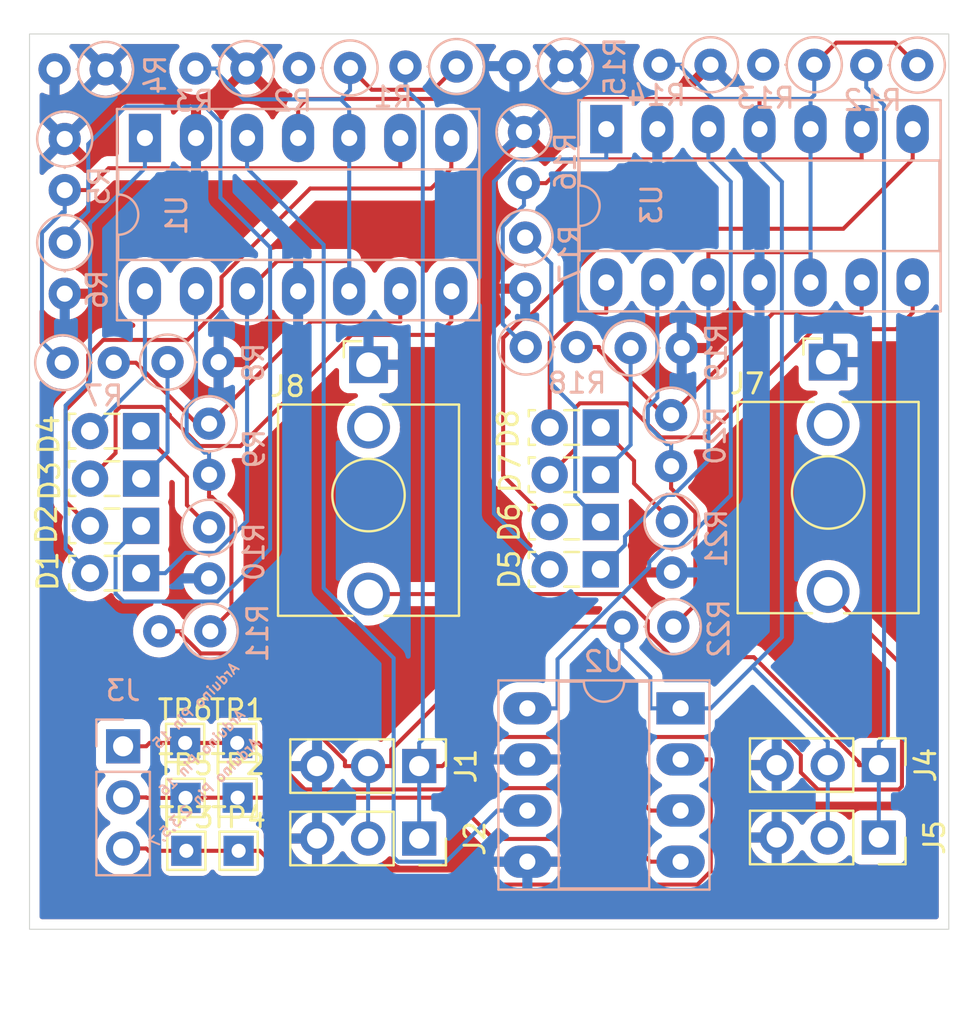
<source format=kicad_pcb>
(kicad_pcb (version 20240108) (generator "pcbnew") (generator_version "8.0")
  (layers (0 "F.Cu" signal) (31 "B.Cu" signal) (34 "B.Paste" user) (35 "F.Paste" user) (36 "B.SilkS" user "B.Silkscreen") (37 "F.SilkS" user "F.Silkscreen") (38 "B.Mask" user) (39 "F.Mask" user) (44 "Edge.Cuts" user))
  (net 0 "")
  (net 1 "GNDREF")
  (net 2 "Net-(D2-K)")
  (net 3 "Net-(D7-K)")
  (net 4 "Net-(D6-K)")
  (net 5 "Net-(D5-K)")
  (net 6 "VCC")
  (net 7 "Net-(D4-K)")
  (net 8 "Net-(D3-K)")
  (net 9 "Net-(D1-K)")
  (net 10 "Net-(J1-Pin_1)")
  (net 11 "Net-(D8-K)")
  (net 12 "Net-(U2-VA)")
  (net 13 "Net-(D3-A)")
  (net 14 "Net-(D4-A)")
  (net 15 "Net-(D2-A)")
  (net 16 "Net-(D1-A)")
  (net 17 "Net-(D7-A)")
  (net 18 "Net-(D5-A)")
  (net 19 "Net-(D6-A)")
  (net 20 "Net-(D8-A)")
  (net 23 "Net-(U1B--)")
  (net 24 "Net-(U1C--)")
  (net 25 "Net-(U1D--)")
  (net 26 "Net-(U3B--)")
  (net 27 "Net-(U3C--)")
  (net 28 "Net-(U3D--)")
  (net 29 "Net-(J3-Pin_2)")
  (net 30 "Net-(U1A-+)")
  (net 31 "Net-(J3-Pin_3)")
  (net 32 "Net-(J3-Pin_1)")
  (net 33 "Net-(J4-Pin_1)")
  (footprint "Connector_Audio:Jack_3.5mm_QingPu_WQP-PJ398SM_Vertical_CircularHoles" (layer "F.Cu") (at 201.8 69.47)
    (property "Reference" "J7")
    (property "Value" "AudioJack2_SwitchT")
  )
  (footprint "TestPoint:TestPoint_THTPad_1.5x1.5mm_Drill0.7mm" (layer "F.Cu") (at 172.41 88.4)
    (property "Reference" "TP1")
    (property "Value" "TestPoint")
  )
  (footprint "LED_THT:LED_SideEmitter_Rectangular_W4.5mm_H1.6mm" (layer "F.Cu") (at 190.49 72.72 180)
    (property "Reference" "D8")
    (property "Value" "Red")
  )
  (footprint "LED_THT:LED_SideEmitter_Rectangular_W4.5mm_H1.6mm" (layer "F.Cu") (at 167.63 72.9 180)
    (property "Reference" "D4")
    (property "Value" "Red")
  )
  (footprint "TestPoint:TestPoint_THTPad_1.5x1.5mm_Drill0.7mm" (layer "F.Cu") (at 169.84 91.13)
    (property "Reference" "TP5")
    (property "Value" "TestPoint")
  )
  (footprint "LED_THT:LED_SideEmitter_Rectangular_W4.5mm_H1.6mm" (layer "F.Cu") (at 167.63 77.61 180)
    (property "Reference" "D2")
    (property "Value" "Blue")
  )
  (footprint "LED_THT:LED_SideEmitter_Rectangular_W4.5mm_H1.6mm" (layer "F.Cu") (at 167.63 75.26 180)
    (property "Reference" "D3")
    (property "Value" "Yellow")
  )
  (footprint "LED_THT:LED_SideEmitter_Rectangular_W4.5mm_H1.6mm" (layer "F.Cu") (at 190.49 77.42 180)
    (property "Reference" "D6")
    (property "Value" "Blue")
  )
  (footprint "TestPoint:TestPoint_THTPad_1.5x1.5mm_Drill0.7mm" (layer "F.Cu") (at 169.88 93.76)
    (property "Reference" "TP3")
    (property "Value" "TestPoint")
  )
  (footprint "TestPoint:TestPoint_THTPad_1.5x1.5mm_Drill0.7mm" (layer "F.Cu") (at 172.43 91.12)
    (property "Reference" "TP2")
    (property "Value" "TestPoint")
  )
  (footprint "TestPoint:TestPoint_THTPad_1.5x1.5mm_Drill0.7mm" (layer "F.Cu") (at 169.82 88.4)
    (property "Reference" "TP6")
    (property "Value" "TestPoint")
  )
  (footprint "LED_THT:LED_SideEmitter_Rectangular_W4.5mm_H1.6mm" (layer "F.Cu") (at 167.63 79.96 180)
    (property "Reference" "D1")
    (property "Value" "White")
  )
  (footprint "Connector_PinHeader_2.54mm:PinHeader_1x03_P2.54mm_Vertical" (layer "F.Cu") (at 204.32 89.5 -90)
    (property "Reference" "J4")
    (property "Value" "Conn_01x03_Male_Pin")
  )
  (footprint "LED_THT:LED_SideEmitter_Rectangular_W4.5mm_H1.6mm" (layer "F.Cu") (at 190.49 75.07 180)
    (property "Reference" "D7")
    (property "Value" "Yellow")
  )
  (footprint "Connector_Audio:Jack_3.5mm_QingPu_WQP-PJ398SM_Vertical_CircularHoles" (layer "F.Cu") (at 178.94 69.6)
    (property "Reference" "J8")
    (property "Value" "AudioJack2_SwitchT")
  )
  (footprint "Connector_PinHeader_2.54mm:PinHeader_1x03_P2.54mm_Vertical" (layer "F.Cu") (at 181.46 89.55 -90)
    (property "Reference" "J1")
    (property "Value" "Conn_01x03_Male_Pin")
  )
  (footprint "TestPoint:TestPoint_THTPad_1.5x1.5mm_Drill0.7mm" (layer "F.Cu") (at 172.48 93.76)
    (property "Reference" "TP4")
    (property "Value" "TestPoint")
  )
  (footprint "Connector_PinSocket_2.54mm:PinSocket_1x03_P2.54mm_Vertical" (layer "F.Cu") (at 204.32 93.1 -90)
    (property "Reference" "J5")
    (property "Value" "Conn_01x03_Female_Pin")
  )
  (footprint "Connector_PinSocket_2.54mm:PinSocket_1x03_P2.54mm_Vertical" (layer "F.Cu") (at 181.46 93.15 -90)
    (property "Reference" "J2")
    (property "Value" "Conn_01x03_Female_Pin")
  )
  (footprint "LED_THT:LED_SideEmitter_Rectangular_W4.5mm_H1.6mm" (layer "F.Cu") (at 190.49 79.77 180)
    (property "Reference" "D5")
    (property "Value" "White")
  )
  (footprint "Resistor_THT:R_Axial_DIN0207_L6.3mm_D2.5mm_P2.54mm_Vertical" (layer "B.Cu") (at 206.235 54.71 180)
    (property "Reference" "R12")
    (property "Value" "10k")
  )
  (footprint "Resistor_THT:R_Axial_DIN0207_L6.3mm_D2.5mm_P2.54mm_Vertical" (layer "B.Cu") (at 183.32 54.78 180)
    (property "Reference" "R1")
    (property "Value" "10k")
  )
  (footprint "Resistor_THT:R_Axial_DIN0207_L6.3mm_D2.5mm_P2.54mm_Vertical" (layer "B.Cu") (at 194.1 82.62 180)
    (property "Reference" "R22")
    (property "Value" "500")
  )
  (footprint "Resistor_THT:R_Axial_DIN0207_L6.3mm_D2.5mm_P2.54mm_Vertical" (layer "B.Cu") (at 186.73 63.28 -90)
    (property "Reference" "R17")
    (property "Value" "1k")
  )
  (footprint "Resistor_THT:R_Axial_DIN0207_L6.3mm_D2.5mm_P2.54mm_Vertical" (layer "B.Cu") (at 188.735 54.76 180)
    (property "Reference" "R15")
    (property "Value" "2k")
  )
  (footprint "Resistor_THT:R_Axial_DIN0207_L6.3mm_D2.5mm_P2.54mm_Vertical" (layer "B.Cu") (at 163.83 63.53 -90)
    (property "Reference" "R6")
    (property "Value" "1k")
  )
  (footprint "Package_DIP:DIP-14_W7.62mm_Socket_LongPads" (layer "B.Cu") (at 167.82 58.33 -90)
    (property "Reference" "U1")
    (property "Value" "MCP6004")
  )
  (footprint "Resistor_THT:R_Axial_DIN0207_L6.3mm_D2.5mm_P2.54mm_Vertical" (layer "B.Cu") (at 172.87 54.88 180)
    (property "Reference" "R3")
    (property "Value" "470R")
  )
  (footprint "Resistor_THT:R_Axial_DIN0207_L6.3mm_D2.5mm_P2.54mm_Vertical" (layer "B.Cu") (at 201.11 54.69 180)
    (property "Reference" "R13")
    (property "Value" "1k")
  )
  (footprint "Connector_PinSocket_2.54mm:PinSocket_1x03_P2.54mm_Vertical" (layer "B.Cu") (at 166.735 88.565 180)
    (property "Reference" "J3")
    (property "Value" "Conn_01x03_Female_Pin")
  )
  (footprint "Resistor_THT:R_Axial_DIN0207_L6.3mm_D2.5mm_P2.54mm_Vertical" (layer "B.Cu") (at 178.02 54.85 180)
    (property "Reference" "R2")
    (property "Value" "1k")
  )
  (footprint "Resistor_THT:R_Axial_DIN0207_L6.3mm_D2.5mm_P2.54mm_Vertical" (layer "B.Cu") (at 186.76 68.72)
    (property "Reference" "R18")
    (property "Value" "2k")
  )
  (footprint "Resistor_THT:R_Axial_DIN0207_L6.3mm_D2.5mm_P2.54mm_Vertical" (layer "B.Cu") (at 171.01 77.68 -90)
    (property "Reference" "R10")
    (property "Value" "1k")
  )
  (footprint "Package_DIP:DIP-8_W7.62mm_Socket_LongPads" (layer "B.Cu") (at 194.46 86.68 180)
    (property "Reference" "U2")
    (property "Value" "MCP4822")
  )
  (footprint "Resistor_THT:R_Axial_DIN0207_L6.3mm_D2.5mm_P2.54mm_Vertical" (layer "B.Cu") (at 194.03 77.385 -90)
    (property "Reference" "R21")
    (property "Value" "1k")
  )
  (footprint "Resistor_THT:R_Axial_DIN0207_L6.3mm_D2.5mm_P2.54mm_Vertical" (layer "B.Cu") (at 186.67 58.035 -90)
    (property "Reference" "R16")
    (property "Value" "5k")
  )
  (footprint "Resistor_THT:R_Axial_DIN0207_L6.3mm_D2.5mm_P2.54mm_Vertical" (layer "B.Cu") (at 195.95 54.69 180)
    (property "Reference" "R14")
    (property "Value" "470R")
  )
  (footprint "Resistor_THT:R_Axial_DIN0207_L6.3mm_D2.5mm_P2.54mm_Vertical" (layer "B.Cu") (at 165.865 54.92 180)
    (property "Reference" "R4")
    (property "Value" "2k")
  )
  (footprint "Resistor_THT:R_Axial_DIN0207_L6.3mm_D2.5mm_P2.54mm_Vertical" (layer "B.Cu") (at 171.07 82.85 180)
    (property "Reference" "R11")
    (property "Value" "500")
  )
  (footprint "Resistor_THT:R_Axial_DIN0207_L6.3mm_D2.5mm_P2.54mm_Vertical" (layer "B.Cu") (at 163.73 69.5)
    (property "Reference" "R7")
    (property "Value" "2k")
  )
  (footprint "Resistor_THT:R_Axial_DIN0207_L6.3mm_D2.5mm_P2.54mm_Vertical" (layer "B.Cu") (at 171.01 72.53 -90)
    (property "Reference" "R9")
    (property "Value" "2.5k")
  )
  (footprint "Resistor_THT:R_Axial_DIN0207_L6.3mm_D2.5mm_P2.54mm_Vertical" (layer "B.Cu") (at 163.83 58.38 -90)
    (property "Reference" "R5")
    (property "Value" "5k")
  )
  (footprint "Resistor_THT:R_Axial_DIN0207_L6.3mm_D2.5mm_P2.54mm_Vertical" (layer "B.Cu") (at 168.945 69.47)
    (property "Reference" "R8")
    (property "Value" "1k")
  )
  (footprint "Resistor_THT:R_Axial_DIN0207_L6.3mm_D2.5mm_P2.54mm_Vertical" (layer "B.Cu") (at 191.975 68.77)
    (property "Reference" "R19")
    (property "Value" "1k")
  )
  (footprint "Package_DIP:DIP-14_W7.62mm_Socket_LongPads" (layer "B.Cu") (at 190.765 57.89 -90)
    (property "Reference" "U3")
    (property "Value" "MCP6004")
  )
  (footprint "Resistor_THT:R_Axial_DIN0207_L6.3mm_D2.5mm_P2.54mm_Vertical" (layer "B.Cu") (at 193.99 72.105 -90)
    (property "Reference" "R20")
    (property "Value" "2.5k")
  )
  (gr_rect (start 162.08 53.16) (end 207.8 97.66) (stroke (width 0.05)) (fill none) (layer "Edge.Cuts"))
  (gr_text "Arduino Pin 2,3,5,7" (at 173.63 88.44 45) (layer "B.SilkS") (effects (font (size 0.5 0.5) (thickness 0.1)) (justify left bottom mirror)))
  (gr_text "Arduino Pin 16" (at 172.91 87.03 45) (layer "B.SilkS") (effects (font (size 0.5 0.5) (thickness 0.1)) (justify left bottom mirror)))
  (gr_text "Arduino Pin 15" (at 172.61 84.7 45) (layer "B.SilkS") (effects (font (size 0.5 0.5) (thickness 0.1)) (justify left bottom mirror)))
  (segment (start 166.36 80.9752) (end 166.36 78.88) (width 0.2) (layer "B.Cu") (net 2))
  (segment (start 163.83 63.1303) (end 165.0002 61.9601) (width 0.2) (layer "B.Cu") (net 2))
  (segment (start 174.0467 78.7571) (end 171.4334 81.3704) (width 0.2) (layer "B.Cu") (net 2))
  (segment (start 171.5742 61.2969) (end 174.0467 63.7694) (width 0.2) (layer "B.Cu") (net 2))
  (segment (start 171.5742 57.5337) (end 171.5742 61.2969) (width 0.2) (layer "B.Cu") (net 2))
  (segment (start 166.7552 81.3704) (end 166.36 80.9752) (width 0.2) (layer "B.Cu") (net 2))
  (segment (start 166.8658 56.7689) (end 170.8094 56.7689) (width 0.2) (layer "B.Cu") (net 2))
  (segment (start 165.0002 58.6345) (end 166.8658 56.7689) (width 0.2) (layer "B.Cu") (net 2))
  (segment (start 165.0002 61.9601) (end 165.0002 58.6345) (width 0.2) (layer "B.Cu") (net 2))
  (segment (start 170.8094 56.7689) (end 171.5742 57.5337) (width 0.2) (layer "B.Cu") (net 2))
  (segment (start 171.4334 81.3704) (end 166.7552 81.3704) (width 0.2) (layer "B.Cu") (net 2))
  (segment (start 166.36 78.88) (end 167.63 77.61) (width 0.2) (layer "B.Cu") (net 2))
  (segment (start 163.83 63.53) (end 163.83 63.1303) (width 0.2) (layer "B.Cu") (net 2))
  (segment (start 174.0467 63.7694) (end 174.0467 78.7571) (width 0.2) (layer "B.Cu") (net 2))
  (segment (start 191.975 73.585) (end 190.49 75.07) (width 0.2) (layer "B.Cu") (net 3))
  (segment (start 191.975 68.77) (end 191.975 73.585) (width 0.2) (layer "B.Cu") (net 3))
  (segment (start 189.22 76.15) (end 190.49 77.42) (width 0.2) (layer "B.Cu") (net 4))
  (segment (start 189.22 71.7328) (end 189.22 76.15) (width 0.2) (layer "B.Cu") (net 4))
  (segment (start 188.03 70.5428) (end 189.22 71.7328) (width 0.2) (layer "B.Cu") (net 4))
  (segment (start 188.03 64.58) (end 188.03 70.5428) (width 0.2) (layer "B.Cu") (net 4))
  (segment (start 186.73 63.28) (end 188.03 64.58) (width 0.2) (layer "B.Cu") (net 4))
  (segment (start 200.925 65.51) (end 200.925 64.0083) (width 0.2) (layer "F.Cu") (net 5))
  (segment (start 201.11 54.69) (end 202.2102 53.5898) (width 0.2) (layer "F.Cu") (net 5))
  (segment (start 195.845 64.0083) (end 200.925 64.0083) (width 0.2) (layer "F.Cu") (net 5))
  (segment (start 202.2102 53.5898) (end 205.1148 53.5898) (width 0.2) (layer "F.Cu") (net 5))
  (segment (start 205.1148 53.5898) (end 206.235 54.71) (width 0.2) (layer "F.Cu") (net 5))
  (segment (start 195.845 65.51) (end 195.845 64.0083) (width 0.2) (layer "F.Cu") (net 5))
  (segment (start 190.49 79.77) (end 191.6964 78.5636) (width 0.2) (layer "B.Cu") (net 5))
  (segment (start 193.765 76.07) (end 194.1275 76.07) (width 0.2) (layer "B.Cu") (net 5))
  (segment (start 194.5117 54.69) (end 194.5117 54.8277) (width 0.2) (layer "B.Cu") (net 5))
  (segment (start 191.6964 78.5636) (end 191.6964 78.1386) (width 0.2) (layer "B.Cu") (net 5))
  (segment (start 200.925 65.51) (end 200.925 57.89) (width 0.2) (layer "B.Cu") (net 5))
  (segment (start 200.925 56.3883) (end 201.11 56.2033) (width 0.2) (layer "B.Cu") (net 5))
  (segment (start 191.6964 78.1386) (end 193.765 76.07) (width 0.2) (layer "B.Cu") (net 5))
  (segment (start 194.1275 76.07) (end 195.845 74.3525) (width 0.2) (layer "B.Cu") (net 5))
  (segment (start 200.925 57.89) (end 200.925 56.3883) (width 0.2) (layer "B.Cu") (net 5))
  (segment (start 194.5117 54.8277) (end 196.0723 56.3883) (width 0.2) (layer "B.Cu") (net 5))
  (segment (start 196.0723 56.3883) (end 200.925 56.3883) (width 0.2) (layer "B.Cu") (net 5))
  (segment (start 195.845 74.3525) (end 195.845 65.51) (width 0.2) (layer "B.Cu") (net 5))
  (segment (start 193.41 54.69) (end 194.5117 54.69) (width 0.2) (layer "B.Cu") (net 5))
  (segment (start 201.11 56.2033) (end 201.11 54.69) (width 0.2) (layer "B.Cu") (net 5))
  (segment (start 198.385 57.89) (end 198.385 56.3883) (width 0.2) (layer "F.Cu") (net 6))
  (segment (start 175.88 56.3883) (end 198.385 56.3883) (width 0.2) (layer "F.Cu") (net 6))
  (segment (start 169.6317 82.85) (end 169.6317 82.9878) (width 0.2) (layer "F.Cu") (net 6))
  (segment (start 170.5956 83.9517) (end 172.4385 83.9517) (width 0.2) (layer "F.Cu") (net 6))
  (segment (start 191.56 82.62) (end 186.1872 82.62) (width 0.2) (layer "F.Cu") (net 6))
  (segment (start 169.6317 82.9878) (end 170.5956 83.9517) (width 0.2) (layer "F.Cu") (net 6))
  (segment (start 186.1872 82.62) (end 180.0717 88.7355) (width 0.2) (layer "F.Cu") (net 6))
  (segment (start 175.44 56.8283) (end 175.88 56.3883) (width 0.2) (layer "F.Cu") (net 6))
  (segment (start 178.92 89.55) (end 177.7683 89.55) (width 0.2) (layer "F.Cu") (net 6))
  (segment (start 178.92 89.55) (end 180.0717 89.55) (width 0.2) (layer "F.Cu") (net 6))
  (segment (start 172.4385 83.9517) (end 177.7683 89.2815) (width 0.2) (layer "F.Cu") (net 6))
  (segment (start 175.44 58.33) (end 175.44 56.8283) (width 0.2) (layer "F.Cu") (net 6))
  (segment (start 177.7683 89.2815) (end 177.7683 89.55) (width 0.2) (layer "F.Cu") (net 6))
  (segment (start 180.0717 88.7355) (end 180.0717 89.55) (width 0.2) (layer "F.Cu") (net 6))
  (segment (start 168.53 82.85) (end 169.6317 82.85) (width 0.2) (layer "F.Cu") (net 6))
  (segment (start 198.385 59.3917) (end 199.4991 60.5058) (width 0.2) (layer "B.Cu") (net 6))
  (segment (start 198.385 57.89) (end 198.385 59.3917) (width 0.2) (layer "B.Cu") (net 6))
  (segment (start 199.4991 60.5058) (end 199.4991 83.1426) (width 0.2) (layer "B.Cu") (net 6))
  (segment (start 178.92 93.15) (end 178.92 89.55) (width 0.2) (layer "B.Cu") (net 6))
  (segment (start 198.0367 84.605) (end 201.78 88.3483) (width 0.2) (layer "B.Cu") (net 6))
  (segment (start 192.9583 86.68) (end 192.9583 85.12) (width 0.2) (layer "B.Cu") (net 6))
  (segment (start 201.78 89.5) (end 201.78 88.3483) (width 0.2) (layer "B.Cu") (net 6))
  (segment (start 194.46 86.68) (end 195.9617 86.68) (width 0.2) (layer "B.Cu") (net 6))
  (segment (start 201.78 93.1) (end 201.78 89.5) (width 0.2) (layer "B.Cu") (net 6))
  (segment (start 198.0367 84.605) (end 195.9617 86.68) (width 0.2) (layer "B.Cu") (net 6))
  (segment (start 192.9583 85.12) (end 191.56 83.7217) (width 0.2) (layer "B.Cu") (net 6))
  (segment (start 199.4991 83.1426) (end 198.0367 84.605) (width 0.2) (layer "B.Cu") (net 6))
  (segment (start 191.56 82.62) (end 191.56 83.7217) (width 0.2) (layer "B.Cu") (net 6))
  (segment (start 194.46 86.68) (end 192.9583 86.68) (width 0.2) (layer "B.Cu") (net 6))
  (segment (start 169.9082 75.1782) (end 169.9082 76.5782) (width 0.2) (layer "F.Cu") (net 7))
  (segment (start 169.9082 76.5782) (end 171.01 77.68) (width 0.2) (layer "F.Cu") (net 7))
  (segment (start 167.63 72.9) (end 169.9082 75.1782) (width 0.2) (layer "F.Cu") (net 7))
  (segment (start 168.945 73.945) (end 167.63 75.26) (width 0.2) (layer "B.Cu") (net 8))
  (segment (start 168.945 69.47) (end 168.945 73.945) (width 0.2) (layer "B.Cu") (net 8))
  (segment (start 183.32 54.78) (end 182.1659 55.9341) (width 0.2) (layer "F.Cu") (net 9))
  (segment (start 177.98 65.95) (end 177.98 64.4483) (width 0.2) (layer "F.Cu") (net 9))
  (segment (start 179.1041 55.9341) (end 178.02 54.85) (width 0.2) (layer "F.Cu") (net 9))
  (segment (start 174.4017 64.4483) (end 177.98 64.4483) (width 0.2) (layer "F.Cu") (net 9))
  (segment (start 182.1659 55.9341) (end 179.1041 55.9341) (width 0.2) (layer "F.Cu") (net 9))
  (segment (start 172.9 65.95) (end 174.4017 64.4483) (width 0.2) (layer "F.Cu") (net 9))
  (segment (start 171.4317 55.1083) (end 171.4317 54.88) (width 0.2) (layer "B.Cu") (net 9))
  (segment (start 169.8417 78.95) (end 168.8317 79.96) (width 0.2) (layer "B.Cu") (net 9))
  (segment (start 177.559 56.4088) (end 178.02 55.9478) (width 0.2) (layer "B.Cu") (net 9))
  (segment (start 177.98 56.9291) (end 177.98 56.8298) (width 0.2) (layer "B.Cu") (net 9))
  (segment (start 167.63 79.96) (end 168.8317 79.96) (width 0.2) (layer "B.Cu") (net 9))
  (segment (start 177.559 56.4088) (end 172.7322 56.4088) (width 0.2) (layer "B.Cu") (net 9))
  (segment (start 177.98 58.33) (end 177.98 56.9291) (width 0.2) (layer "B.Cu") (net 9))
  (segment (start 178.02 55.9478) (end 178.02 54.85) (width 0.2) (layer "B.Cu") (net 9))
  (segment (start 177.98 65.95) (end 177.98 58.33) (width 0.2) (layer "B.Cu") (net 9))
  (segment (start 172.9 65.95) (end 172.9 77.369) (width 0.2) (layer "B.Cu") (net 9))
  (segment (start 172.9 77.369) (end 171.319 78.95) (width 0.2) (layer "B.Cu") (net 9))
  (segment (start 171.319 78.95) (end 169.8417 78.95) (width 0.2) (layer "B.Cu") (net 9))
  (segment (start 177.98 56.8298) (end 177.559 56.4088) (width 0.2) (layer "B.Cu") (net 9))
  (segment (start 172.7322 56.4088) (end 171.4317 55.1083) (width 0.2) (layer "B.Cu") (net 9))
  (segment (start 170.33 54.88) (end 171.4317 54.88) (width 0.2) (layer "B.Cu") (net 9))
  (segment (start 201.8 80.87) (end 205.4717 84.5417) (width 0.2) (layer "F.Cu") (net 10))
  (segment (start 205.4717 90.5591) (end 205.3164 90.7144) (width 0.2) (layer "F.Cu") (net 10))
  (segment (start 181.46 89.55) (end 182.6117 89.55) (width 0.2) (layer "F.Cu") (net 10))
  (segment (start 205.3164 90.7144) (end 201.2902 90.7144) (width 0.2) (layer "F.Cu") (net 10))
  (segment (start 200.441 89.8652) (end 200.441 89.0128) (width 0.2) (layer "F.Cu") (net 10))
  (segment (start 200.441 89.0128) (end 199.5321 88.1039) (width 0.2) (layer "F.Cu") (net 10))
  (segment (start 205.4717 84.5417) (end 205.4717 90.5591) (width 0.2) (layer "F.Cu") (net 10))
  (segment (start 184.0578 88.1039) (end 182.6117 89.55) (width 0.2) (layer "F.Cu") (net 10))
  (segment (start 201.2902 90.7144) (end 200.441 89.8652) (width 0.2) (layer "F.Cu") (net 10))
  (segment (start 199.5321 88.1039) (end 184.0578 88.1039) (width 0.2) (layer "F.Cu") (net 10))
  (segment (start 181.6385 56.7402) (end 181.6385 88.2198) (width 0.2) (layer "B.Cu") (net 10))
  (segment (start 180.78 55.8817) (end 181.6385 56.7402) (width 0.2) (layer "B.Cu") (net 10))
  (segment (start 181.46 89.55) (end 181.46 88.3983) (width 0.2) (layer "B.Cu") (net 10))
  (segment (start 181.6385 88.2198) (end 181.46 88.3983) (width 0.2) (layer "B.Cu") (net 10))
  (segment (start 180.78 54.78) (end 180.78 55.8817) (width 0.2) (layer "B.Cu") (net 10))
  (segment (start 181.46 93.15) (end 181.46 89.55) (width 0.2) (layer "B.Cu") (net 10))
  (segment (start 194.03 77.385) (end 192.1485 75.5035) (width 0.2) (layer "F.Cu") (net 11))
  (segment (start 192.1485 74.3785) (end 190.49 72.72) (width 0.2) (layer "F.Cu") (net 11))
  (segment (start 192.1485 75.5035) (end 192.1485 74.3785) (width 0.2) (layer "F.Cu") (net 11))
  (segment (start 188.3417 84.235) (end 192.8992 79.6775) (width 0.2) (layer "B.Cu") (net 12))
  (segment (start 195.845 57.89) (end 195.845 59.3917) (width 0.2) (layer "B.Cu") (net 12))
  (segment (start 196.9561 60.5028) (end 195.845 59.3917) (width 0.2) (layer "B.Cu") (net 12))
  (segment (start 192.8992 79.4218) (end 193.666 78.655) (width 0.2) (layer "B.Cu") (net 12))
  (segment (start 186.84 86.68) (end 188.3417 86.68) (width 0.2) (layer "B.Cu") (net 12))
  (segment (start 188.3417 86.68) (end 188.3417 84.235) (width 0.2) (layer "B.Cu") (net 12))
  (segment (start 193.666 78.655) (end 194.3906 78.655) (width 0.2) (layer "B.Cu") (net 12))
  (segment (start 194.3906 78.655) (end 196.9561 76.0895) (width 0.2) (layer "B.Cu") (net 12))
  (segment (start 192.8992 79.6775) (end 192.8992 79.4218) (width 0.2) (layer "B.Cu") (net 12))
  (segment (start 196.9561 76.0895) (end 196.9561 60.5028) (width 0.2) (layer "B.Cu") (net 12))
  (segment (start 170.5377 73.6406) (end 169.0595 72.1624) (width 0.2) (layer "F.Cu") (net 13))
  (segment (start 172.5724 73.6406) (end 170.5377 73.6406) (width 0.2) (layer "F.Cu") (net 13))
  (segment (start 166.36 73.99) (end 165.09 75.26) (width 0.2) (layer "F.Cu") (net 13))
  (segment (start 166.5906 71.6983) (end 166.36 71.9289) (width 0.2) (layer "F.Cu") (net 13))
  (segment (start 182.3934 68.1183) (end 178.0947 68.1183) (width 0.2) (layer "F.Cu") (net 13))
  (segment (start 183.06 67.4517) (end 182.3934 68.1183) (width 0.2) (layer "F.Cu") (net 13))
  (segment (start 166.36 71.9289) (end 166.36 73.99) (width 0.2) (layer "F.Cu") (net 13))
  (segment (start 169.0595 72.1624) (end 169.0595 72.1028) (width 0.2) (layer "F.Cu") (net 13))
  (segment (start 168.655 71.6983) (end 166.5906 71.6983) (width 0.2) (layer "F.Cu") (net 13))
  (segment (start 183.06 65.95) (end 183.06 67.4517) (width 0.2) (layer "F.Cu") (net 13))
  (segment (start 169.0595 72.1028) (end 168.655 71.6983) (width 0.2) (layer "F.Cu") (net 13))
  (segment (start 178.0947 68.1183) (end 172.5724 73.6406) (width 0.2) (layer "F.Cu") (net 13))
  (segment (start 167.82 65.95) (end 167.82 70.17) (width 0.2) (layer "B.Cu") (net 14))
  (segment (start 167.82 70.17) (end 165.09 72.9) (width 0.2) (layer "B.Cu") (net 14))
  (segment (start 165.7523 68.3683) (end 169.9404 68.3683) (width 0.2) (layer "F.Cu") (net 15))
  (segment (start 176.0361 60.8425) (end 182.0492 60.8425) (width 0.2) (layer "F.Cu") (net 15))
  (segment (start 171.63 66.6787) (end 171.63 65.2486) (width 0.2) (layer "F.Cu") (net 15))
  (segment (start 165 70.7224) (end 165 69.1206) (width 0.2) (layer "F.Cu") (net 15))
  (segment (start 171.63 65.2486) (end 176.0361 60.8425) (width 0.2) (layer "F.Cu") (net 15))
  (segment (start 182.0492 60.8425) (end 183.06 59.8317) (width 0.2) (layer "F.Cu") (net 15))
  (segment (start 165.09 77.61) (end 163.8744 76.3944) (width 0.2) (layer "F.Cu") (net 15))
  (segment (start 183.06 58.33) (end 183.06 59.8317) (width 0.2) (layer "F.Cu") (net 15))
  (segment (start 163.8744 71.848) (end 165 70.7224) (width 0.2) (layer "F.Cu") (net 15))
  (segment (start 165 69.1206) (end 165.7523 68.3683) (width 0.2) (layer "F.Cu") (net 15))
  (segment (start 169.9404 68.3683) (end 171.63 66.6787) (width 0.2) (layer "F.Cu") (net 15))
  (segment (start 163.8744 76.3944) (end 163.8744 71.848) (width 0.2) (layer "F.Cu") (net 15))
  (segment (start 165.0897 62.562) (end 167.82 59.8317) (width 0.2) (layer "B.Cu") (net 16))
  (segment (start 163.8767 78.7467) (end 163.8767 71.6274) (width 0.2) (layer "B.Cu") (net 16))
  (segment (start 163.8767 71.6274) (end 165.0897 70.4144) (width 0.2) (layer "B.Cu") (net 16))
  (segment (start 167.82 58.33) (end 167.82 59.8317) (width 0.2) (layer "B.Cu") (net 16))
  (segment (start 165.09 79.96) (end 163.8767 78.7467) (width 0.2) (layer "B.Cu") (net 16))
  (segment (start 165.0897 70.4144) (end 165.0897 62.562) (width 0.2) (layer "B.Cu") (net 16))
  (segment (start 189.4506 71.5183) (end 189.22 71.7489) (width 0.2) (layer "F.Cu") (net 17))
  (segment (start 201.1068 67.8333) (end 195.7286 73.2115) (width 0.2) (layer "F.Cu") (net 17))
  (segment (start 206.005 67.0117) (end 205.1834 67.8333) (width 0.2) (layer "F.Cu") (net 17))
  (segment (start 189.22 73.8) (end 187.95 75.07) (width 0.2) (layer "F.Cu") (net 17))
  (segment (start 189.22 71.7489) (end 189.22 73.8) (width 0.2) (layer "F.Cu") (net 17))
  (segment (start 191.7838 71.5183) (end 189.4506 71.5183) (width 0.2) (layer "F.Cu") (net 17))
  (segment (start 205.1834 67.8333) (end 201.1068 67.8333) (width 0.2) (layer "F.Cu") (net 17))
  (segment (start 206.005 65.51) (end 206.005 67.0117) (width 0.2) (layer "F.Cu") (net 17))
  (segment (start 195.7286 73.2115) (end 193.477 73.2115) (width 0.2) (layer "F.Cu") (net 17))
  (segment (start 193.477 73.2115) (end 191.7838 71.5183) (width 0.2) (layer "F.Cu") (net 17))
  (segment (start 185.1782 60.4949) (end 185.1782 76.9982) (width 0.2) (layer "B.Cu") (net 18))
  (segment (start 190.765 59.3917) (end 186.2814 59.3917) (width 0.2) (layer "B.Cu") (net 18))
  (segment (start 190.765 57.89) (end 190.765 59.3917) (width 0.2) (layer "B.Cu") (net 18))
  (segment (start 185.1782 76.9982) (end 187.95 79.77) (width 0.2) (layer "B.Cu") (net 18))
  (segment (start 186.2814 59.3917) (end 185.1782 60.4949) (width 0.2) (layer "B.Cu") (net 18))
  (segment (start 206.005 59.3917) (end 202.5537 62.843) (width 0.2) (layer "F.Cu") (net 19))
  (segment (start 202.5537 62.843) (end 191.2864 62.843) (width 0.2) (layer "F.Cu") (net 19))
  (segment (start 185.6359 75.1059) (end 187.95 77.42) (width 0.2) (layer "F.Cu") (net 19))
  (segment (start 186.8444 67.285) (end 186.6163 67.285) (width 0.2) (layer "F.Cu") (net 19))
  (segment (start 186.6163 67.285) (end 185.6359 68.2654) (width 0.2) (layer "F.Cu") (net 19))
  (segment (start 206.005 57.89) (end 206.005 59.3917) (width 0.2) (layer "F.Cu") (net 19))
  (segment (start 191.2864 62.843) (end 186.8444 67.285) (width 0.2) (layer "F.Cu") (net 19))
  (segment (start 185.6359 68.2654) (end 185.6359 75.1059) (width 0.2) (layer "F.Cu") (net 19))
  (segment (start 190.765 67.0117) (end 189.4452 67.0117) (width 0.2) (layer "F.Cu") (net 20))
  (segment (start 189.4452 67.0117) (end 187.95 68.5069) (width 0.2) (layer "F.Cu") (net 20))
  (segment (start 190.765 65.51) (end 190.765 67.0117) (width 0.2) (layer "F.Cu") (net 20))
  (segment (start 187.95 68.5069) (end 187.95 72.72) (width 0.2) (layer "F.Cu") (net 20))
  (segment (start 163.83 60.92) (end 164.9317 60.92) (width 0.2) (layer "F.Cu") (net 23))
  (segment (start 180.52 58.33) (end 180.52 59.8317) (width 0.2) (layer "F.Cu") (net 23))
  (segment (start 166.02 59.8317) (end 164.9317 60.92) (width 0.2) (layer "F.Cu") (net 23))
  (segment (start 180.52 59.8317) (end 166.02 59.8317) (width 0.2) (layer "F.Cu") (net 23))
  (segment (start 163.73 69.5) (end 162.6988 68.4688) (width 0.2) (layer "B.Cu") (net 23))
  (segment (start 163.7159 62.0217) (end 163.83 62.0217) (width 0.2) (layer "B.Cu") (net 23))
  (segment (start 163.83 60.92) (end 163.83 62.0217) (width 0.2) (layer "B.Cu") (net 23))
  (segment (start 162.6988 68.4688) (end 162.6988 63.0388) (width 0.2) (layer "B.Cu") (net 23))
  (segment (start 162.6988 63.0388) (end 163.7159 62.0217) (width 0.2) (layer "B.Cu") (net 23))
  (segment (start 176.0883 67.4517) (end 180.52 67.4517) (width 0.2) (layer "F.Cu") (net 24))
  (segment (start 171.01 72.53) (end 170.4017 72.53) (width 0.2) (layer "F.Cu") (net 24))
  (segment (start 166.27 69.5) (end 167.3717 69.5) (width 0.2) (layer "F.Cu") (net 24))
  (segment (start 180.52 65.95) (end 180.52 67.4517) (width 0.2) (layer "F.Cu") (net 24))
  (segment (start 170.4017 72.53) (end 167.3717 69.5) (width 0.2) (layer "F.Cu") (net 24))
  (segment (start 171.01 72.53) (end 176.0883 67.4517) (width 0.2) (layer "F.Cu") (net 24))
  (segment (start 172.1217 81.7983) (end 171.07 82.85) (width 0.2) (layer "F.Cu") (net 25))
  (segment (start 171.01 76.1717) (end 171.1477 76.1717) (width 0.2) (layer "F.Cu") (net 25))
  (segment (start 171.1477 76.1717) (end 172.1217 77.1457) (width 0.2) (layer "F.Cu") (net 25))
  (segment (start 171.01 75.07) (end 171.01 76.1717) (width 0.2) (layer "F.Cu") (net 25))
  (segment (start 172.1217 77.1457) (end 172.1217 81.7983) (width 0.2) (layer "F.Cu") (net 25))
  (segment (start 171.01 75.07) (end 171.01 73.9683) (width 0.2) (layer "B.Cu") (net 25))
  (segment (start 170.36 71.2512) (end 169.895 71.7162) (width 0.2) (layer "B.Cu") (net 25))
  (segment (start 169.895 73.0816) (end 170.7817 73.9683) (width 0.2) (layer "B.Cu") (net 25))
  (segment (start 169.895 71.7162) (end 169.895 73.0816) (width 0.2) (layer "B.Cu") (net 25))
  (segment (start 170.7817 73.9683) (end 171.01 73.9683) (width 0.2) (layer "B.Cu") (net 25))
  (segment (start 170.36 65.95) (end 170.36 71.2512) (width 0.2) (layer "B.Cu") (net 25))
  (segment (start 186.67 60.575) (end 187.7717 60.575) (width 0.2) (layer "F.Cu") (net 26))
  (segment (start 203.465 59.3917) (end 188.955 59.3917) (width 0.2) (layer "F.Cu") (net 26))
  (segment (start 188.955 59.3917) (end 187.7717 60.575) (width 0.2) (layer "F.Cu") (net 26))
  (segment (start 203.465 57.89) (end 203.465 59.3917) (width 0.2) (layer "F.Cu") (net 26))
  (segment (start 186.67 60.575) (end 186.67 61.6767) (width 0.2) (layer "B.Cu") (net 26))
  (segment (start 185.6169 62.7298) (end 186.67 61.6767) (width 0.2) (layer "B.Cu") (net 26))
  (segment (start 185.6169 67.5769) (end 185.6169 62.7298) (width 0.2) (layer "B.Cu") (net 26))
  (segment (start 186.76 68.72) (end 185.6169 67.5769) (width 0.2) (layer "B.Cu") (net 26))
  (segment (start 189.3 68.72) (end 190.4017 68.72) (width 0.2) (layer "F.Cu") (net 27))
  (segment (start 203.465 65.51) (end 203.465 67.0117) (width 0.2) (layer "F.Cu") (net 27))
  (segment (start 190.4017 68.8576) (end 190.4017 68.72) (width 0.2) (layer "F.Cu") (net 27))
  (segment (start 199.0833 67.0117) (end 193.99 72.105) (width 0.2) (layer "F.Cu") (net 27))
  (segment (start 193.99 72.105) (end 193.6491 72.105) (width 0.2) (layer "F.Cu") (net 27))
  (segment (start 193.6491 72.105) (end 190.4017 68.8576) (width 0.2) (layer "F.Cu") (net 27))
  (segment (start 203.465 67.0117) (end 199.0833 67.0117) (width 0.2) (layer "F.Cu") (net 27))
  (segment (start 195.1964 76.9531) (end 195.1964 81.5236) (width 0.2) (layer "F.Cu") (net 28))
  (segment (start 195.1964 81.5236) (end 194.1 82.62) (width 0.2) (layer "F.Cu") (net 28))
  (segment (start 193.99 74.645) (end 193.99 75.7467) (width 0.2) (layer "F.Cu") (net 28))
  (segment (start 193.99 75.7467) (end 195.1964 76.9531) (width 0.2) (layer "F.Cu") (net 28))
  (segment (start 193.305 71.232) (end 192.8332 71.7038) (width 0.2) (layer "B.Cu") (net 28))
  (segment (start 193.305 65.51) (end 193.305 71.232) (width 0.2) (layer "B.Cu") (net 28))
  (segment (start 193.7617 73.5433) (end 193.99 73.5433) (width 0.2) (layer "B.Cu") (net 28))
  (segment (start 192.8332 72.6148) (end 193.7617 73.5433) (width 0.2) (layer "B.Cu") (net 28))
  (segment (start 193.99 74.645) (end 193.99 73.5433) (width 0.2) (layer "B.Cu") (net 28))
  (segment (start 192.8332 71.7038) (end 192.8332 72.6148) (width 0.2) (layer "B.Cu") (net 28))
  (segment (start 167.9117 91.13) (end 169.84 91.13) (width 0.2) (layer "F.Cu") (net 29))
  (segment (start 170.9017 91.12) (end 170.8917 91.13) (width 0.2) (layer "F.Cu") (net 29))
  (segment (start 166.735 91.105) (end 167.8867 91.105) (width 0.2) (layer "F.Cu") (net 29))
  (segment (start 185.1551 93.1715) (end 191.8298 93.1715) (width 0.2) (layer "F.Cu") (net 29))
  (segment (start 172.43 91.12) (end 170.9017 91.12) (width 0.2) (layer "F.Cu") (net 29))
  (segment (start 191.8298 93.1715) (end 192.9583 94.3) (width 0.2) (layer "F.Cu") (net 29))
  (segment (start 167.8867 91.105) (end 167.9117 91.13) (width 0.2) (layer "F.Cu") (net 29))
  (segment (start 169.84 91.13) (end 170.8917 91.13) (width 0.2) (layer "F.Cu") (net 29))
  (segment (start 183.1036 91.12) (end 185.1551 93.1715) (width 0.2) (layer "F.Cu") (net 29))
  (segment (start 172.43 91.12) (end 183.1036 91.12) (width 0.2) (layer "F.Cu") (net 29))
  (segment (start 194.46 94.3) (end 192.9583 94.3) (width 0.2) (layer "F.Cu") (net 29))
  (segment (start 180.4113 94.3017) (end 180.19 94.0804) (width 0.2) (layer "B.Cu") (net 30))
  (segment (start 186.84 91.76) (end 185.3383 91.76) (width 0.2) (layer "B.Cu") (net 30))
  (segment (start 176.71 63.6417) (end 172.9 59.8317) (width 0.2) (layer "B.Cu") (net 30))
  (segment (start 182.7966 94.3017) (end 180.4113 94.3017) (width 0.2) (layer "B.Cu") (net 30))
  (segment (start 176.71 80.7028) (end 176.71 63.6417) (width 0.2) (layer "B.Cu") (net 30))
  (segment (start 185.3383 91.76) (end 182.7966 94.3017) (width 0.2) (layer "B.Cu") (net 30))
  (segment (start 180.19 94.0804) (end 180.19 84.1828) (width 0.2) (layer "B.Cu") (net 30))
  (segment (start 172.9 58.33) (end 172.9 59.8317) (width 0.2) (layer "B.Cu") (net 30))
  (segment (start 180.19 84.1828) (end 176.71 80.7028) (width 0.2) (layer "B.Cu") (net 30))
  (segment (start 168.0017 93.76) (end 167.8867 93.645) (width 0.2) (layer "F.Cu") (net 31))
  (segment (start 194.46 89.22) (end 195.9617 89.22) (width 0.2) (layer "F.Cu") (net 31))
  (segment (start 175.2104 95.4387) (end 173.5317 93.76) (width 0.2) (layer "F.Cu") (net 31))
  (segment (start 195.3038 95.4387) (end 175.2104 95.4387) (width 0.2) (layer "F.Cu") (net 31))
  (segment (start 195.9617 94.7808) (end 195.3038 95.4387) (width 0.2) (layer "F.Cu") (net 31))
  (segment (start 172.48 93.76) (end 169.88 93.76) (width 0.2) (layer "F.Cu") (net 31))
  (segment (start 172.48 93.76) (end 173.5317 93.76) (width 0.2) (layer "F.Cu") (net 31))
  (segment (start 166.735 93.645) (end 167.8867 93.645) (width 0.2) (layer "F.Cu") (net 31))
  (segment (start 195.9617 89.22) (end 195.9617 94.7808) (width 0.2) (layer "F.Cu") (net 31))
  (segment (start 169.88 93.76) (end 168.0017 93.76) (width 0.2) (layer "F.Cu") (net 31))
  (segment (start 168.0517 88.4) (end 167.8867 88.565) (width 0.2) (layer "F.Cu") (net 32))
  (segment (start 192.9583 91.76) (end 191.8433 90.645) (width 0.2) (layer "F.Cu") (net 32))
  (segment (start 175.7717 90.71) (end 173.4617 88.4) (width 0.2) (layer "F.Cu") (net 32))
  (segment (start 194.46 91.76) (end 192.9583 91.76) (width 0.2) (layer "F.Cu") (net 32))
  (segment (start 172.41 88.4) (end 169.82 88.4) (width 0.2) (layer "F.Cu") (net 32))
  (segment (start 169.82 88.4) (end 168.0517 88.4) (width 0.2) (layer "F.Cu") (net 32))
  (segment (start 172.41 88.4) (end 173.4617 88.4) (width 0.2) (layer "F.Cu") (net 32))
  (segment (start 184.4738 90.645) (end 184.4088 90.71) (width 0.2) (layer "F.Cu") (net 32))
  (segment (start 191.8433 90.645) (end 184.4738 90.645) (width 0.2) (layer "F.Cu") (net 32))
  (segment (start 184.4088 90.71) (end 175.7717 90.71) (width 0.2) (layer "F.Cu") (net 32))
  (segment (start 166.735 88.565) (end 167.8867 88.565) (width 0.2) (layer "F.Cu") (net 32))
  (segment (start 203.3346 89.3679) (end 198.1022 84.1355) (width 0.2) (layer "F.Cu") (net 33))
  (segment (start 203.3346 89.5) (end 203.3346 89.3679) (width 0.2) (layer "F.Cu") (net 33))
  (segment (start 204.32 89.5) (end 203.3346 89.5) (width 0.2) (layer "F.Cu") (net 33))
  (segment (start 192.83 82.3319) (end 191.4981 81) (width 0.2) (layer "F.Cu") (net 33))
  (segment (start 194.0364 84.1355) (end 192.83 82.9291) (width 0.2) (layer "F.Cu") (net 33))
  (segment (start 198.1022 84.1355) (end 194.0364 84.1355) (width 0.2) (layer "F.Cu") (net 33))
  (segment (start 191.4981 81) (end 178.94 81) (width 0.2) (layer "F.Cu") (net 33))
  (segment (start 192.83 82.9291) (end 192.83 82.3319) (width 0.2) (layer "F.Cu") (net 33))
  (segment (start 203.695 54.71) (end 203.695 55.8117) (width 0.2) (layer "B.Cu") (net 33))
  (segment (start 204.5794 88.0889) (end 204.32 88.3483) (width 0.2) (layer "B.Cu") (net 33))
  (segment (start 204.32 93.1) (end 204.32 89.5) (width 0.2) (layer "B.Cu") (net 33))
  (segment (start 203.695 55.8117) (end 204.5794 56.6961) (width 0.2) (layer "B.Cu") (net 33))
  (segment (start 204.5794 56.6961) (end 204.5794 88.0889) (width 0.2) (layer "B.Cu") (net 33))
  (segment (start 204.32 89.5) (end 204.32 88.3483) (width 0.2) (layer "B.Cu") (net 33))
  (zone (net 1) (net_name "GNDREF") (layers "F&B.Cu") (connect_pads (clearance 0.5)) (min_thickness 0.25) (fill yes (thermal_gap 0.5) (thermal_bridge_width 0.5))
    (polygon (pts (xy 162.09 53.16) (xy 207.8 53.15) (xy 207.81 97.65) (xy 162.07 97.66) (xy 162.08 53.16)))
  )
)
</source>
